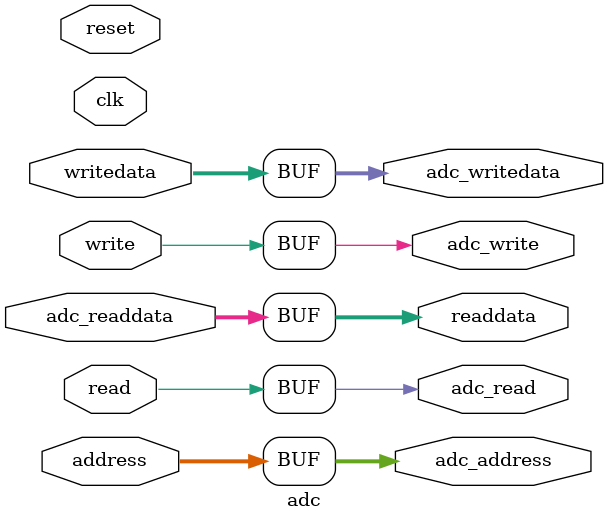
<source format=v>


`timescale 1 ps / 1 ps

module adc
(
		input  wire        clk,           // clock.clk
		input  wire        reset,         // reset.reset

		input  wire [1:0]  address,       //  ctrl.address
		input  wire        write,         //      .write
		input  wire [15:0] writedata,     //      .writedata
		input  wire        read,          //      .read
		output wire [15:0] readdata,      //      .readdata

		output wire [1:0]  adc_address,   //   adc.export
		output wire        adc_write,     //      .export
		output wire [15:0] adc_writedata, //      .export
		output wire        adc_read,      //      .export
		input  wire [15:0] adc_readdata   //      .export
	);

	assign readdata = adc_readdata;

	assign adc_writedata = writedata;

	assign adc_address = address;

	assign adc_write = write;

	assign adc_read = read;

endmodule

</source>
